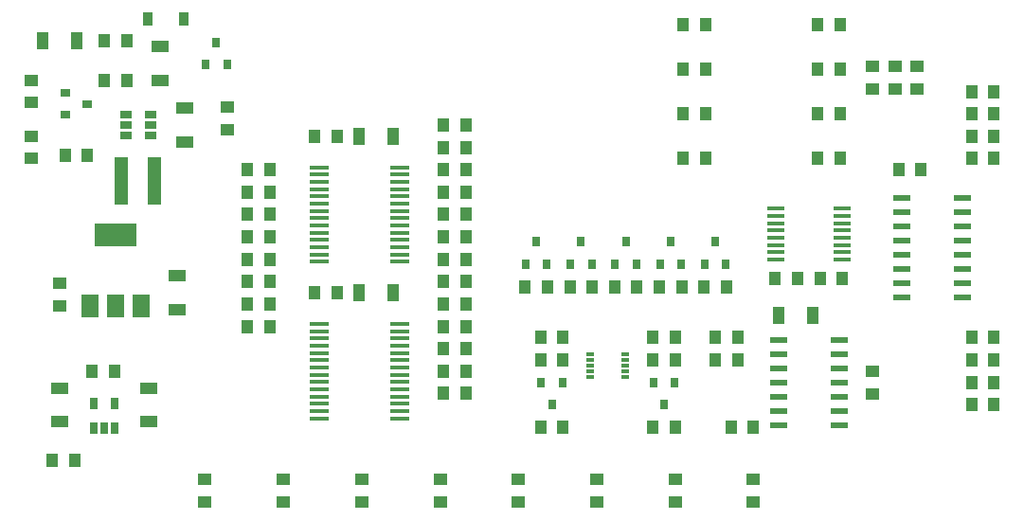
<source format=gbp>
G04 #@! TF.GenerationSoftware,KiCad,Pcbnew,no-vcs-found-7650~57~ubuntu14.04.1*
G04 #@! TF.CreationDate,2017-02-13T23:43:47+01:00*
G04 #@! TF.ProjectId,Wifi_PB,576966695F50422E6B696361645F7063,V0.1*
G04 #@! TF.FileFunction,Paste,Bot*
G04 #@! TF.FilePolarity,Positive*
%FSLAX46Y46*%
G04 Gerber Fmt 4.6, Leading zero omitted, Abs format (unit mm)*
G04 Created by KiCad (PCBNEW no-vcs-found-7650~57~ubuntu14.04.1) date Mon Feb 13 23:43:47 2017*
%MOMM*%
%LPD*%
G01*
G04 APERTURE LIST*
%ADD10C,0.100000*%
%ADD11R,1.060000X0.650000*%
%ADD12R,1.750000X0.450000*%
%ADD13R,0.650000X0.300000*%
%ADD14R,1.500000X0.450000*%
%ADD15R,1.500000X0.600000*%
%ADD16R,1.600000X1.000000*%
%ADD17R,1.250000X1.000000*%
%ADD18R,1.000000X1.600000*%
%ADD19R,1.000000X1.250000*%
%ADD20C,1.200000*%
%ADD21R,0.800000X0.900000*%
%ADD22R,0.900000X0.800000*%
%ADD23R,1.000000X1.300000*%
%ADD24R,1.300000X1.000000*%
%ADD25R,0.650000X1.060000*%
%ADD26R,1.500000X2.000000*%
%ADD27R,3.800000X2.000000*%
%ADD28R,0.910000X1.220000*%
G04 APERTURE END LIST*
D10*
D11*
X72100000Y-49000000D03*
X72100000Y-49950000D03*
X72100000Y-48050000D03*
X69900000Y-48050000D03*
X69900000Y-49000000D03*
X69900000Y-49950000D03*
D12*
X94400000Y-61225000D03*
X94400000Y-60575000D03*
X94400000Y-59925000D03*
X94400000Y-59275000D03*
X94400000Y-58625000D03*
X94400000Y-57975000D03*
X94400000Y-57325000D03*
X94400000Y-56675000D03*
X94400000Y-56025000D03*
X94400000Y-55375000D03*
X94400000Y-54725000D03*
X94400000Y-54075000D03*
X94400000Y-53425000D03*
X94400000Y-52775000D03*
X87200000Y-52775000D03*
X87200000Y-53425000D03*
X87200000Y-54075000D03*
X87200000Y-54725000D03*
X87200000Y-55375000D03*
X87200000Y-56025000D03*
X87200000Y-56675000D03*
X87200000Y-57325000D03*
X87200000Y-57975000D03*
X87200000Y-58625000D03*
X87200000Y-59275000D03*
X87200000Y-59925000D03*
X87200000Y-60575000D03*
X87200000Y-61225000D03*
X87200000Y-75225000D03*
X87200000Y-74575000D03*
X87200000Y-73925000D03*
X87200000Y-73275000D03*
X87200000Y-72625000D03*
X87200000Y-71975000D03*
X87200000Y-71325000D03*
X87200000Y-70675000D03*
X87200000Y-70025000D03*
X87200000Y-69375000D03*
X87200000Y-68725000D03*
X87200000Y-68075000D03*
X87200000Y-67425000D03*
X87200000Y-66775000D03*
X94400000Y-66775000D03*
X94400000Y-67425000D03*
X94400000Y-68075000D03*
X94400000Y-68725000D03*
X94400000Y-69375000D03*
X94400000Y-70025000D03*
X94400000Y-70675000D03*
X94400000Y-71325000D03*
X94400000Y-71975000D03*
X94400000Y-72625000D03*
X94400000Y-73275000D03*
X94400000Y-73925000D03*
X94400000Y-74575000D03*
X94400000Y-75225000D03*
D13*
X111450000Y-69500000D03*
X111450000Y-70000000D03*
X111450000Y-70500000D03*
X111450000Y-71000000D03*
X111450000Y-71500000D03*
X114550000Y-71500000D03*
X114550000Y-71000000D03*
X114550000Y-70500000D03*
X114550000Y-70000000D03*
X114550000Y-69500000D03*
D14*
X133901854Y-61024480D03*
X133901854Y-60374480D03*
X133901854Y-59724480D03*
X133901854Y-59074480D03*
X133901854Y-58424480D03*
X133901854Y-57774480D03*
X133901854Y-57124480D03*
X133901854Y-56474480D03*
X128001854Y-56474480D03*
X128001854Y-57124480D03*
X128001854Y-57774480D03*
X128001854Y-58424480D03*
X128001854Y-59074480D03*
X128001854Y-59724480D03*
X128001854Y-60374480D03*
X128001854Y-61024480D03*
D15*
X128300000Y-68190000D03*
X128300000Y-69460000D03*
X128300000Y-70730000D03*
X128300000Y-72000000D03*
X128300000Y-73270000D03*
X128300000Y-74540000D03*
X128300000Y-75810000D03*
X133700000Y-75810000D03*
X133700000Y-74540000D03*
X133700000Y-73270000D03*
X133700000Y-72000000D03*
X133700000Y-70730000D03*
X133700000Y-69460000D03*
X133700000Y-68190000D03*
X144700000Y-64445000D03*
X144700000Y-63175000D03*
X144700000Y-61905000D03*
X144700000Y-60635000D03*
X144700000Y-59365000D03*
X144700000Y-58095000D03*
X144700000Y-56825000D03*
X144700000Y-55555000D03*
X139300000Y-55555000D03*
X139300000Y-56825000D03*
X139300000Y-58095000D03*
X139300000Y-59365000D03*
X139300000Y-60635000D03*
X139300000Y-61905000D03*
X139300000Y-63175000D03*
X139300000Y-64445000D03*
D16*
X64000000Y-75500000D03*
X64000000Y-72500000D03*
D17*
X64000000Y-63150000D03*
X64000000Y-65150000D03*
D16*
X74500000Y-65500000D03*
X74500000Y-62500000D03*
X72000000Y-75500000D03*
X72000000Y-72500000D03*
D18*
X65500000Y-41500000D03*
X62500000Y-41500000D03*
D19*
X109000000Y-68000000D03*
X107000000Y-68000000D03*
X117000000Y-68000000D03*
X119000000Y-68000000D03*
D18*
X93800000Y-50000000D03*
X90800000Y-50000000D03*
X90800000Y-64000000D03*
X93800000Y-64000000D03*
D19*
X86800000Y-50000000D03*
X88800000Y-50000000D03*
X86800000Y-64000000D03*
X88800000Y-64000000D03*
X122600000Y-70000000D03*
X124600000Y-70000000D03*
X124600000Y-68000000D03*
X122600000Y-68000000D03*
D18*
X128300000Y-65980000D03*
X131300000Y-65980000D03*
D19*
X131951854Y-62749480D03*
X133951854Y-62749480D03*
X131750000Y-40000000D03*
X133750000Y-40000000D03*
X133750000Y-44000000D03*
X131750000Y-44000000D03*
X131750000Y-48000000D03*
X133750000Y-48000000D03*
X133750000Y-52000000D03*
X131750000Y-52000000D03*
X145500000Y-68000000D03*
X147500000Y-68000000D03*
X139000000Y-53000000D03*
X141000000Y-53000000D03*
X147500000Y-72000000D03*
X145500000Y-72000000D03*
X147500000Y-46000000D03*
X145500000Y-46000000D03*
X147500000Y-50000000D03*
X145500000Y-50000000D03*
D16*
X75190000Y-47490000D03*
X75190000Y-50490000D03*
X73000000Y-45000000D03*
X73000000Y-42000000D03*
D10*
G36*
X73045881Y-51900289D02*
X73051705Y-51901153D01*
X73057417Y-51902584D01*
X73062961Y-51904567D01*
X73068284Y-51907085D01*
X73073334Y-51910112D01*
X73078064Y-51913619D01*
X73082426Y-51917574D01*
X73086381Y-51921936D01*
X73089888Y-51926666D01*
X73092915Y-51931716D01*
X73095433Y-51937039D01*
X73097416Y-51942583D01*
X73098847Y-51948295D01*
X73099711Y-51954119D01*
X73100000Y-51960000D01*
X73100000Y-56040000D01*
X73099711Y-56045881D01*
X73098847Y-56051705D01*
X73097416Y-56057417D01*
X73095433Y-56062961D01*
X73092915Y-56068284D01*
X73089888Y-56073334D01*
X73086381Y-56078064D01*
X73082426Y-56082426D01*
X73078064Y-56086381D01*
X73073334Y-56089888D01*
X73068284Y-56092915D01*
X73062961Y-56095433D01*
X73057417Y-56097416D01*
X73051705Y-56098847D01*
X73045881Y-56099711D01*
X73040000Y-56100000D01*
X71960000Y-56100000D01*
X71954119Y-56099711D01*
X71948295Y-56098847D01*
X71942583Y-56097416D01*
X71937039Y-56095433D01*
X71931716Y-56092915D01*
X71926666Y-56089888D01*
X71921936Y-56086381D01*
X71917574Y-56082426D01*
X71913619Y-56078064D01*
X71910112Y-56073334D01*
X71907085Y-56068284D01*
X71904567Y-56062961D01*
X71902584Y-56057417D01*
X71901153Y-56051705D01*
X71900289Y-56045881D01*
X71900000Y-56040000D01*
X71900000Y-51960000D01*
X71900289Y-51954119D01*
X71901153Y-51948295D01*
X71902584Y-51942583D01*
X71904567Y-51937039D01*
X71907085Y-51931716D01*
X71910112Y-51926666D01*
X71913619Y-51921936D01*
X71917574Y-51917574D01*
X71921936Y-51913619D01*
X71926666Y-51910112D01*
X71931716Y-51907085D01*
X71937039Y-51904567D01*
X71942583Y-51902584D01*
X71948295Y-51901153D01*
X71954119Y-51900289D01*
X71960000Y-51900000D01*
X73040000Y-51900000D01*
X73045881Y-51900289D01*
X73045881Y-51900289D01*
G37*
D20*
X72500000Y-54000000D03*
D10*
G36*
X70045881Y-51900289D02*
X70051705Y-51901153D01*
X70057417Y-51902584D01*
X70062961Y-51904567D01*
X70068284Y-51907085D01*
X70073334Y-51910112D01*
X70078064Y-51913619D01*
X70082426Y-51917574D01*
X70086381Y-51921936D01*
X70089888Y-51926666D01*
X70092915Y-51931716D01*
X70095433Y-51937039D01*
X70097416Y-51942583D01*
X70098847Y-51948295D01*
X70099711Y-51954119D01*
X70100000Y-51960000D01*
X70100000Y-56040000D01*
X70099711Y-56045881D01*
X70098847Y-56051705D01*
X70097416Y-56057417D01*
X70095433Y-56062961D01*
X70092915Y-56068284D01*
X70089888Y-56073334D01*
X70086381Y-56078064D01*
X70082426Y-56082426D01*
X70078064Y-56086381D01*
X70073334Y-56089888D01*
X70068284Y-56092915D01*
X70062961Y-56095433D01*
X70057417Y-56097416D01*
X70051705Y-56098847D01*
X70045881Y-56099711D01*
X70040000Y-56100000D01*
X68960000Y-56100000D01*
X68954119Y-56099711D01*
X68948295Y-56098847D01*
X68942583Y-56097416D01*
X68937039Y-56095433D01*
X68931716Y-56092915D01*
X68926666Y-56089888D01*
X68921936Y-56086381D01*
X68917574Y-56082426D01*
X68913619Y-56078064D01*
X68910112Y-56073334D01*
X68907085Y-56068284D01*
X68904567Y-56062961D01*
X68902584Y-56057417D01*
X68901153Y-56051705D01*
X68900289Y-56045881D01*
X68900000Y-56040000D01*
X68900000Y-51960000D01*
X68900289Y-51954119D01*
X68901153Y-51948295D01*
X68902584Y-51942583D01*
X68904567Y-51937039D01*
X68907085Y-51931716D01*
X68910112Y-51926666D01*
X68913619Y-51921936D01*
X68917574Y-51917574D01*
X68921936Y-51913619D01*
X68926666Y-51910112D01*
X68931716Y-51907085D01*
X68937039Y-51904567D01*
X68942583Y-51902584D01*
X68948295Y-51901153D01*
X68954119Y-51900289D01*
X68960000Y-51900000D01*
X70040000Y-51900000D01*
X70045881Y-51900289D01*
X70045881Y-51900289D01*
G37*
D20*
X69500000Y-54000000D03*
D21*
X108000000Y-74000000D03*
X108950000Y-72000000D03*
X107050000Y-72000000D03*
X117050000Y-72000000D03*
X118950000Y-72000000D03*
X118000000Y-74000000D03*
X107550000Y-61450000D03*
X105650000Y-61450000D03*
X106600000Y-59450000D03*
X111550000Y-61450000D03*
X109650000Y-61450000D03*
X110600000Y-59450000D03*
X114600000Y-59450000D03*
X113650000Y-61450000D03*
X115550000Y-61450000D03*
X119550000Y-61450000D03*
X117650000Y-61450000D03*
X118600000Y-59450000D03*
X122600000Y-59450000D03*
X121650000Y-61450000D03*
X123550000Y-61450000D03*
D22*
X66500000Y-47100000D03*
X64500000Y-46150000D03*
X64500000Y-48050000D03*
D21*
X78000000Y-41600000D03*
X77050000Y-43600000D03*
X78950000Y-43600000D03*
D23*
X65340000Y-79000000D03*
X63340000Y-79000000D03*
X68900000Y-71000000D03*
X66900000Y-71000000D03*
X107000000Y-70000000D03*
X109000000Y-70000000D03*
X117000000Y-70000000D03*
X119000000Y-70000000D03*
X107000000Y-76000000D03*
X109000000Y-76000000D03*
X119000000Y-76000000D03*
X117000000Y-76000000D03*
X127951854Y-62749480D03*
X129951854Y-62749480D03*
X119750000Y-40000000D03*
X121750000Y-40000000D03*
X121750000Y-44000000D03*
X119750000Y-44000000D03*
X119750000Y-48000000D03*
X121750000Y-48000000D03*
X121750000Y-52000000D03*
X119750000Y-52000000D03*
X98300000Y-65000000D03*
X100300000Y-65000000D03*
X80800000Y-67000000D03*
X82800000Y-67000000D03*
X82800000Y-65000000D03*
X80800000Y-65000000D03*
X80800000Y-63000000D03*
X82800000Y-63000000D03*
X82800000Y-61000000D03*
X80800000Y-61000000D03*
X98300000Y-53000000D03*
X100300000Y-53000000D03*
X98300000Y-57000000D03*
X100300000Y-57000000D03*
X100300000Y-61000000D03*
X98300000Y-61000000D03*
X105600000Y-63450000D03*
X107600000Y-63450000D03*
X111600000Y-63450000D03*
X109600000Y-63450000D03*
X100300000Y-51000000D03*
X98300000Y-51000000D03*
X100300000Y-55000000D03*
X98300000Y-55000000D03*
X98300000Y-59000000D03*
X100300000Y-59000000D03*
X100300000Y-63000000D03*
X98300000Y-63000000D03*
X115600000Y-63450000D03*
X113600000Y-63450000D03*
X117600000Y-63450000D03*
X119600000Y-63450000D03*
X121600000Y-63450000D03*
X123600000Y-63450000D03*
X100300000Y-71000000D03*
X98300000Y-71000000D03*
X80800000Y-53000000D03*
X82800000Y-53000000D03*
X80800000Y-55000000D03*
X82800000Y-55000000D03*
X82800000Y-57000000D03*
X80800000Y-57000000D03*
X80800000Y-59000000D03*
X82800000Y-59000000D03*
D24*
X77000000Y-82700000D03*
X77000000Y-80700000D03*
X84000000Y-80700000D03*
X84000000Y-82700000D03*
X91000000Y-82700000D03*
X91000000Y-80700000D03*
X98000000Y-80700000D03*
X98000000Y-82700000D03*
D23*
X145500000Y-70000000D03*
X147500000Y-70000000D03*
X147500000Y-74000000D03*
X145500000Y-74000000D03*
X147500000Y-48000000D03*
X145500000Y-48000000D03*
X145500000Y-52000000D03*
X147500000Y-52000000D03*
X98300000Y-49000000D03*
X100300000Y-49000000D03*
D24*
X61500000Y-45000000D03*
X61500000Y-47000000D03*
X61500000Y-52000000D03*
X61500000Y-50000000D03*
D23*
X64500000Y-51700000D03*
X66500000Y-51700000D03*
X70000000Y-45000000D03*
X68000000Y-45000000D03*
X70000000Y-41500000D03*
X68000000Y-41500000D03*
D24*
X78990000Y-47390000D03*
X78990000Y-49390000D03*
D23*
X98300000Y-67000000D03*
X100300000Y-67000000D03*
X100300000Y-69000000D03*
X98300000Y-69000000D03*
X98300000Y-73000000D03*
X100300000Y-73000000D03*
D24*
X140650000Y-45750000D03*
X140650000Y-43750000D03*
X136650000Y-43750000D03*
X136650000Y-45750000D03*
X138650000Y-43750000D03*
X138650000Y-45750000D03*
X105000000Y-82700000D03*
X105000000Y-80700000D03*
X112000000Y-80700000D03*
X112000000Y-82700000D03*
X119000000Y-82700000D03*
X119000000Y-80700000D03*
X126000000Y-80700000D03*
X126000000Y-82700000D03*
D25*
X68950000Y-73900000D03*
X67050000Y-73900000D03*
X67050000Y-76100000D03*
X68000000Y-76100000D03*
X68950000Y-76100000D03*
D26*
X71300000Y-65150000D03*
X66700000Y-65150000D03*
X69000000Y-65150000D03*
D27*
X69000000Y-58850000D03*
D28*
X71865000Y-39500000D03*
X75135000Y-39500000D03*
D24*
X136670000Y-73040000D03*
X136670000Y-71040000D03*
D23*
X126000000Y-76000000D03*
X124000000Y-76000000D03*
M02*

</source>
